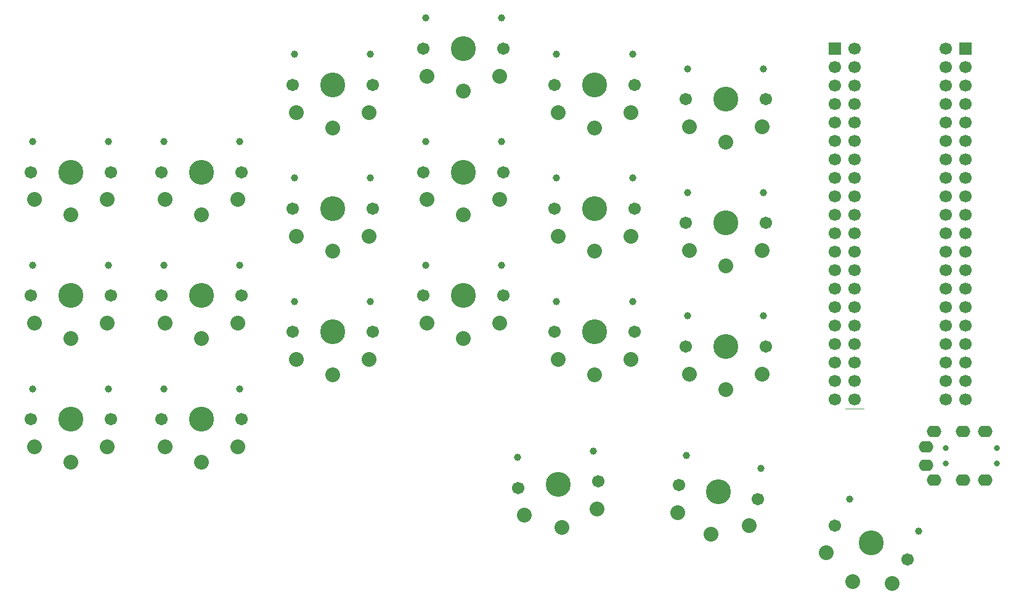
<source format=gts>
%TF.GenerationSoftware,KiCad,Pcbnew,8.0.4*%
%TF.CreationDate,2024-09-28T20:06:11+02:00*%
%TF.ProjectId,keyboard_pcb,6b657962-6f61-4726-945f-7063622e6b69,rev1.0*%
%TF.SameCoordinates,Original*%
%TF.FileFunction,Soldermask,Top*%
%TF.FilePolarity,Negative*%
%FSLAX46Y46*%
G04 Gerber Fmt 4.6, Leading zero omitted, Abs format (unit mm)*
G04 Created by KiCad (PCBNEW 8.0.4) date 2024-09-28 20:06:11*
%MOMM*%
%LPD*%
G01*
G04 APERTURE LIST*
%ADD10C,0.120000*%
%ADD11C,1.701800*%
%ADD12C,0.990600*%
%ADD13C,3.429000*%
%ADD14C,2.032000*%
%ADD15C,0.800000*%
%ADD16O,2.000000X1.600000*%
%ADD17R,1.700000X1.700000*%
%ADD18C,1.700000*%
G04 APERTURE END LIST*
D10*
%TO.C,U1*%
X180425000Y-102530000D02*
X182965000Y-102530000D01*
%TD*%
D11*
%TO.C,K25*%
X158500000Y-94000000D03*
D12*
X158780000Y-89800000D03*
D13*
X164000000Y-94000000D03*
D12*
X169220000Y-89800000D03*
D11*
X169500000Y-94000000D03*
D14*
X164000000Y-99900000D03*
X159000000Y-97800000D03*
X169000000Y-97800000D03*
%TD*%
D11*
%TO.C,K24*%
X140500000Y-92000000D03*
D12*
X140780000Y-87800000D03*
D13*
X146000000Y-92000000D03*
D12*
X151220000Y-87800000D03*
D11*
X151500000Y-92000000D03*
D14*
X146000000Y-97900000D03*
X141000000Y-95800000D03*
X151000000Y-95800000D03*
%TD*%
D11*
%TO.C,K21*%
X86500000Y-104000000D03*
D12*
X86780000Y-99800000D03*
D13*
X92000000Y-104000000D03*
D12*
X97220000Y-99800000D03*
D11*
X97500000Y-104000000D03*
D14*
X92000000Y-109900000D03*
X87000000Y-107800000D03*
X97000000Y-107800000D03*
%TD*%
D11*
%TO.C,K02*%
X104500000Y-58000000D03*
D12*
X104780000Y-53800000D03*
D13*
X110000000Y-58000000D03*
D12*
X115220000Y-53800000D03*
D11*
X115500000Y-58000000D03*
D14*
X110000000Y-63900000D03*
X105000000Y-61800000D03*
X115000000Y-61800000D03*
%TD*%
D11*
%TO.C,K10*%
X68500000Y-87000000D03*
D12*
X68780000Y-82800000D03*
D13*
X74000000Y-87000000D03*
D12*
X79220000Y-82800000D03*
D11*
X79500000Y-87000000D03*
D14*
X74000000Y-92900000D03*
X69000000Y-90800000D03*
X79000000Y-90800000D03*
%TD*%
D11*
%TO.C,K04*%
X140500000Y-58000000D03*
D12*
X140780000Y-53800000D03*
D13*
X146000000Y-58000000D03*
D12*
X151220000Y-53800000D03*
D11*
X151500000Y-58000000D03*
D14*
X146000000Y-63900000D03*
X141000000Y-61800000D03*
X151000000Y-61800000D03*
%TD*%
D11*
%TO.C,K12*%
X104500000Y-75000000D03*
D12*
X104780000Y-70800000D03*
D13*
X110000000Y-75000000D03*
D12*
X115220000Y-70800000D03*
D11*
X115500000Y-75000000D03*
D14*
X110000000Y-80900000D03*
X105000000Y-78800000D03*
X115000000Y-78800000D03*
%TD*%
D11*
%TO.C,K30*%
X135520929Y-113479357D03*
D12*
X135433810Y-109270935D03*
D13*
X141000000Y-113000000D03*
D12*
X145834082Y-108361029D03*
D11*
X146479071Y-112520643D03*
D14*
X141514219Y-118877549D03*
X136350218Y-117221319D03*
X146312165Y-116349761D03*
%TD*%
D11*
%TO.C,K01*%
X86500000Y-70000000D03*
D12*
X86780000Y-65800000D03*
D13*
X92000000Y-70000000D03*
D12*
X97220000Y-65800000D03*
D11*
X97500000Y-70000000D03*
D14*
X92000000Y-75900000D03*
X87000000Y-73800000D03*
X97000000Y-73800000D03*
%TD*%
D11*
%TO.C,K14*%
X140500000Y-75000000D03*
D12*
X140780000Y-70800000D03*
D13*
X146000000Y-75000000D03*
D12*
X151220000Y-70800000D03*
D11*
X151500000Y-75000000D03*
D14*
X146000000Y-80900000D03*
X141000000Y-78800000D03*
X151000000Y-78800000D03*
%TD*%
D11*
%TO.C,K23*%
X122500000Y-87000000D03*
D12*
X122780000Y-82800000D03*
D13*
X128000000Y-87000000D03*
D12*
X133220000Y-82800000D03*
D11*
X133500000Y-87000000D03*
D14*
X128000000Y-92900000D03*
X123000000Y-90800000D03*
X133000000Y-90800000D03*
%TD*%
D11*
%TO.C,K03*%
X122500000Y-53000000D03*
D12*
X122780000Y-48800000D03*
D13*
X128000000Y-53000000D03*
D12*
X133220000Y-48800000D03*
D11*
X133500000Y-53000000D03*
D14*
X128000000Y-58900000D03*
X123000000Y-56800000D03*
X133000000Y-56800000D03*
%TD*%
D11*
%TO.C,K22*%
X104500000Y-92000000D03*
D12*
X104780000Y-87800000D03*
D13*
X110000000Y-92000000D03*
D12*
X115220000Y-87800000D03*
D11*
X115500000Y-92000000D03*
D14*
X110000000Y-97900000D03*
X105000000Y-95800000D03*
X115000000Y-95800000D03*
%TD*%
D15*
%TO.C,J1*%
X201250000Y-108000000D03*
X194250000Y-108000000D03*
X201250000Y-110100000D03*
X194250000Y-110100000D03*
D16*
X191550000Y-107800000D03*
X191550000Y-110300000D03*
X192650000Y-105700000D03*
X192650000Y-112400000D03*
X196650000Y-105700000D03*
X199650000Y-112400000D03*
X199650000Y-105700000D03*
X196650000Y-112400000D03*
%TD*%
D11*
%TO.C,K15*%
X158500000Y-77000000D03*
D12*
X158780000Y-72800000D03*
D13*
X164000000Y-77000000D03*
D12*
X169220000Y-72800000D03*
D11*
X169500000Y-77000000D03*
D14*
X164000000Y-82900000D03*
X159000000Y-80800000D03*
X169000000Y-80800000D03*
%TD*%
D11*
%TO.C,K32*%
X179015307Y-118675600D03*
D12*
X181044070Y-114987440D03*
D13*
X184000000Y-121000000D03*
D12*
X190505923Y-119399575D03*
D11*
X188984693Y-123324400D03*
D14*
X181506552Y-126347216D03*
X177862512Y-122330878D03*
X186925590Y-126557061D03*
%TD*%
D11*
%TO.C,K11*%
X86500000Y-87000000D03*
D12*
X86780000Y-82800000D03*
D13*
X92000000Y-87000000D03*
D12*
X97220000Y-82800000D03*
D11*
X97500000Y-87000000D03*
D14*
X92000000Y-92900000D03*
X87000000Y-90800000D03*
X97000000Y-90800000D03*
%TD*%
D17*
%TO.C,U1*%
X179035000Y-53020000D03*
X196935000Y-53000000D03*
D18*
X179035000Y-55560000D03*
X196935000Y-55540000D03*
X179035000Y-58100000D03*
X196935000Y-58080000D03*
X179035000Y-60640000D03*
X196935000Y-60620000D03*
X179035000Y-63180000D03*
X196935000Y-63160000D03*
X179035000Y-65720000D03*
X196935000Y-65700000D03*
X179035000Y-68260000D03*
X196935000Y-68240000D03*
X179035000Y-70800000D03*
X196935000Y-70780000D03*
X179035000Y-73340000D03*
X196935000Y-73320000D03*
X179035000Y-75880000D03*
X196935000Y-75860000D03*
X179035000Y-78420000D03*
X196935000Y-78400000D03*
X179035000Y-80960000D03*
X196935000Y-80940000D03*
X179035000Y-83500000D03*
X196935000Y-83480000D03*
X179035000Y-86040000D03*
X196935000Y-86020000D03*
X179035000Y-88580000D03*
X196935000Y-88560000D03*
X179035000Y-91120000D03*
X196935000Y-91100000D03*
X179035000Y-93660000D03*
X196935000Y-93640000D03*
X179035000Y-96200000D03*
X196935000Y-96180000D03*
X179035000Y-98740000D03*
X196935000Y-98720000D03*
X179035000Y-101280000D03*
X196935000Y-101260000D03*
X181695000Y-101260000D03*
X194275000Y-101280000D03*
X181695000Y-98720000D03*
X194275000Y-98740000D03*
X181695000Y-96180000D03*
X194275000Y-96200000D03*
X181695000Y-93640000D03*
X194275000Y-93660000D03*
X181695000Y-91100000D03*
X194275000Y-91120000D03*
X181695000Y-88560000D03*
X194275000Y-88580000D03*
X181695000Y-86020000D03*
X194275000Y-86040000D03*
X181695000Y-83480000D03*
X194275000Y-83500000D03*
X181695000Y-80940000D03*
X194275000Y-80960000D03*
X181695000Y-78400000D03*
X194275000Y-78420000D03*
X181695000Y-75860000D03*
X194275000Y-75880000D03*
X181695000Y-73320000D03*
X194275000Y-73340000D03*
X181695000Y-70780000D03*
X194275000Y-70800000D03*
X181695000Y-68240000D03*
X194275000Y-68260000D03*
X181695000Y-65700000D03*
X194275000Y-65720000D03*
X181695000Y-63160000D03*
X194275000Y-63180000D03*
X181695000Y-60620000D03*
X194275000Y-60640000D03*
X181695000Y-58080000D03*
X194275000Y-58100000D03*
X181695000Y-55540000D03*
X194275000Y-55560000D03*
X181695000Y-53000000D03*
X194275000Y-53020000D03*
%TD*%
D11*
%TO.C,K05*%
X158500000Y-60000000D03*
D12*
X158780000Y-55800000D03*
D13*
X164000000Y-60000000D03*
D12*
X169220000Y-55800000D03*
D11*
X169500000Y-60000000D03*
D14*
X164000000Y-65900000D03*
X159000000Y-63800000D03*
X169000000Y-63800000D03*
%TD*%
D11*
%TO.C,K20*%
X68500000Y-104000000D03*
D12*
X68780000Y-99800000D03*
D13*
X74000000Y-104000000D03*
D12*
X79220000Y-99800000D03*
D11*
X79500000Y-104000000D03*
D14*
X74000000Y-109900000D03*
X69000000Y-107800000D03*
X79000000Y-107800000D03*
%TD*%
D11*
%TO.C,K13*%
X122500000Y-70000000D03*
D12*
X122780000Y-65800000D03*
D13*
X128000000Y-70000000D03*
D12*
X133220000Y-65800000D03*
D11*
X133500000Y-70000000D03*
D14*
X128000000Y-75900000D03*
X123000000Y-73800000D03*
X133000000Y-73800000D03*
%TD*%
D11*
%TO.C,K00*%
X68500000Y-70000000D03*
D12*
X68780000Y-65800000D03*
D13*
X74000000Y-70000000D03*
D12*
X79220000Y-65800000D03*
D11*
X79500000Y-70000000D03*
D14*
X74000000Y-75900000D03*
X69000000Y-73800000D03*
X79000000Y-73800000D03*
%TD*%
D11*
%TO.C,K31*%
X157583557Y-113044935D03*
D12*
X158588626Y-108957364D03*
D13*
X163000000Y-114000000D03*
D12*
X168870019Y-110770251D03*
D11*
X168416443Y-114955065D03*
D14*
X161975476Y-119810366D03*
X157416098Y-116874029D03*
X167264176Y-118610510D03*
%TD*%
M02*

</source>
